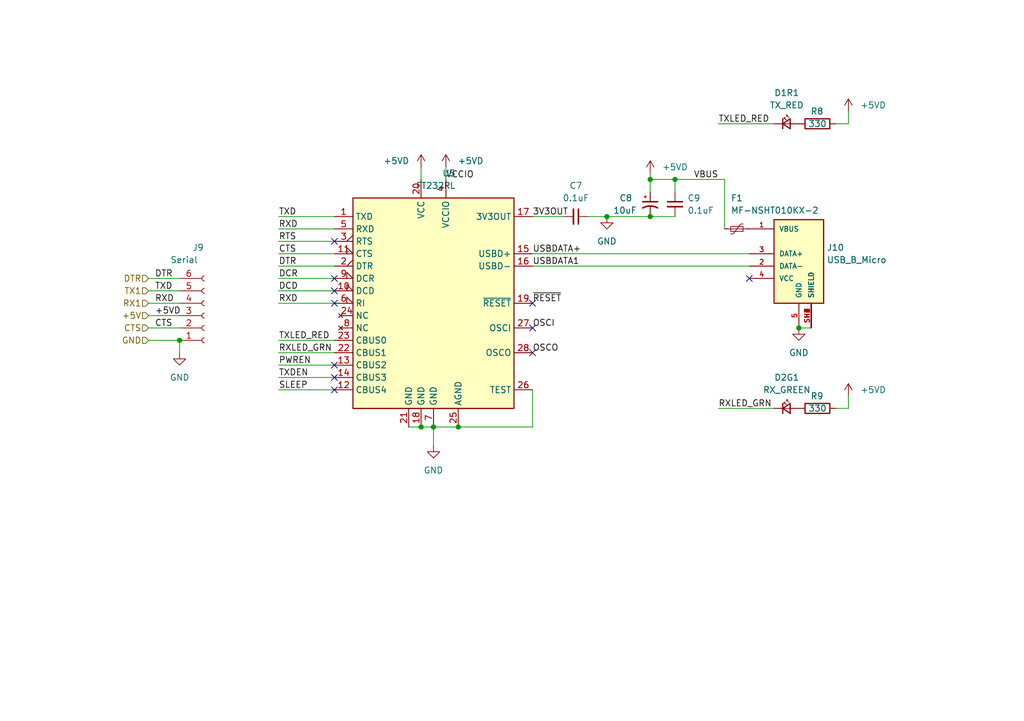
<source format=kicad_sch>
(kicad_sch (version 20211123) (generator eeschema)
  (paper "A5")
  (title_block (title "Serial Breakout for SD Card Expansion & More!") (date "2023-04-25") (rev "1.1"))
  (lib_symbols
    (symbol "Connector:Conn_01x06_Female" (pin_names (offset 1.016) hide)
      (property "Reference" "J" (at 0 7.62 0))
      (property "Value" "Conn_01x06_Female" (at 0 -10.16 0))
      (symbol "Conn_01x06_Female_1_1"
        (arc (start 0 -7.112) (mid -0.508 -7.62) (end 0 -8.128) (stroke (width 0.1524)))
        (arc (start 0 -4.572) (mid -0.508 -5.08) (end 0 -5.588) (stroke (width 0.1524)))
        (arc (start 0 -2.032) (mid -0.508 -2.54) (end 0 -3.048) (stroke (width 0.1524)))
        (polyline (pts (xy -1.27 -7.62) (xy -0.508 -7.62)) (stroke (width 0.1524)))
        (polyline (pts (xy -1.27 -5.08) (xy -0.508 -5.08)) (stroke (width 0.1524)))
        (polyline (pts (xy -1.27 -2.54) (xy -0.508 -2.54)) (stroke (width 0.1524)))
        (polyline (pts (xy -1.27 0) (xy -0.508 0)) (stroke (width 0.1524)))
        (polyline (pts (xy -1.27 2.54) (xy -0.508 2.54)) (stroke (width 0.1524)))
        (polyline (pts (xy -1.27 5.08) (xy -0.508 5.08)) (stroke (width 0.1524)))
        (arc (start 0 0.508) (mid -0.508 0) (end 0 -0.508) (stroke (width 0.1524)))
        (arc (start 0 3.048) (mid -0.508 2.54) (end 0 2.032) (stroke (width 0.1524)))
        (arc (start 0 5.588) (mid -0.508 5.08) (end 0 4.572) (stroke (width 0.1524)))
        (pin passive line (at -5.08 5.08 0) (length 3.81) (name "Pin_1") (number "1"))
        (pin passive line (at -5.08 2.54 0) (length 3.81) (name "Pin_2") (number "2"))
        (pin passive line (at -5.08 0 0) (length 3.81) (name "Pin_3") (number "3"))
        (pin passive line (at -5.08 -2.54 0) (length 3.81) (name "Pin_4") (number "4"))
        (pin passive line (at -5.08 -5.08 0) (length 3.81) (name "Pin_5") (number "5"))
        (pin passive line (at -5.08 -7.62 0) (length 3.81) (name "Pin_6") (number "6"))
      )
    )
    (symbol "Device:C_Polarized_Small_US" (pin_numbers hide) (pin_names (offset 0.254) hide)
      (property "Reference" "C" (at 0.254 1.778 0))
      (property "Value" "C_Polarized_Small_US" (at 0.254 -2.032 0))
      (symbol "C_Polarized_Small_US_0_1"
        (polyline (pts (xy -1.524 0.508) (xy 1.524 0.508)) (stroke (width 0.3048)))
        (polyline (pts (xy -1.27 1.524) (xy -0.762 1.524)))
        (polyline (pts (xy -1.016 1.27) (xy -1.016 1.778)))
        (arc (start 1.524 -0.762) (mid 0 -0.3734) (end -1.524 -0.762) (stroke (width 0.3048)))
      )
      (symbol "C_Polarized_Small_US_1_1"
        (pin passive line (at 0 2.54 270) (length 2.032) (name "~") (number "1"))
        (pin passive line (at 0 -2.54 90) (length 2.032) (name "~") (number "2"))
      )
    )
    (symbol "Device:C_Small" (pin_numbers hide) (pin_names (offset 0.254) hide)
      (property "Reference" "C" (at 0.254 1.778 0))
      (property "Value" "C_Small" (at 0.254 -2.032 0))
      (symbol "C_Small_0_1"
        (polyline (pts (xy -1.524 -0.508) (xy 1.524 -0.508)) (stroke (width 0.3302)))
        (polyline (pts (xy -1.524 0.508) (xy 1.524 0.508)) (stroke (width 0.3048)))
      )
      (symbol "C_Small_1_1"
        (pin passive line (at 0 2.54 270) (length 2.032) (name "~") (number "1"))
        (pin passive line (at 0 -2.54 90) (length 2.032) (name "~") (number "2"))
      )
    )
    (symbol "Device:LED_Small" (pin_numbers hide) (pin_names (offset 0.254) hide)
      (property "Reference" "D" (at -1.27 3.175 0))
      (property "Value" "LED_Small" (at -4.445 -2.54 0))
      (symbol "LED_Small_0_1"
        (polyline (pts (xy -0.762 -1.016) (xy -0.762 1.016)) (stroke (width 0.254)))
        (polyline (pts (xy 1.016 0) (xy -0.762 0)))
        (polyline (pts (xy 0.762 -1.016) (xy -0.762 0) (xy 0.762 1.016) (xy 0.762 -1.016)) (stroke (width 0.254)))
        (polyline (pts (xy 0 0.762) (xy -0.508 1.27) (xy -0.254 1.27) (xy -0.508 1.27) (xy -0.508 1.016)))
        (polyline (pts (xy 0.508 1.27) (xy 0 1.778) (xy 0.254 1.778) (xy 0 1.778) (xy 0 1.524)))
      )
      (symbol "LED_Small_1_1"
        (pin passive line (at -2.54 0 0) (length 1.778) (name "K") (number "1"))
        (pin passive line (at 2.54 0 180) (length 1.778) (name "A") (number "2"))
      )
    )
    (symbol "Device:Polyfuse_Small" (pin_numbers hide) (pin_names (offset 0))
      (property "Reference" "F" (at -1.905 0 90))
      (property "Value" "Polyfuse_Small" (at 1.905 0 90))
      (symbol "Polyfuse_Small_0_1"
        (rectangle (start -0.508 1.27) (end 0.508 -1.27))
        (polyline (pts (xy 0 2.54) (xy 0 -2.54)))
        (polyline (pts (xy -1.016 1.27) (xy -1.016 0.762) (xy 1.016 -0.762) (xy 1.016 -1.27)))
      )
      (symbol "Polyfuse_Small_1_1"
        (pin passive line (at 0 2.54 270) (length 0.635) (name "~") (number "1"))
        (pin passive line (at 0 -2.54 90) (length 0.635) (name "~") (number "2"))
      )
    )
    (symbol "Device:R" (pin_numbers hide) (pin_names (offset 0))
      (property "Reference" "R" (at 2.032 0 90))
      (property "Value" "R" (at 0 0 90))
      (symbol "R_0_1"
        (rectangle (start -1.016 -2.54) (end 1.016 2.54) (stroke (width 0.254)))
      )
      (symbol "R_1_1"
        (pin passive line (at 0 3.81 270) (length 1.27) (name "~") (number "1"))
        (pin passive line (at 0 -3.81 90) (length 1.27) (name "~") (number "2"))
      )
    )
    (symbol "Interface_USB:FT232RL"
      (property "Reference" "U5" (at -4.5594 26.67 0))
      (property "Value" "FT232RL" (at -4.5594 24.13 0))
      (symbol "FT232RL_0_1"
        (rectangle (start -16.51 21.59) (end 16.51 -21.59) (stroke (width 0.254)) (fill (type background)))
      )
      (symbol "FT232RL_1_1"
        (pin output line (at 20.32 17.78 180) (length 3.81) (name "TXD") (number "1"))
        (pin input input_low (at 20.32 2.54 180) (length 3.81) (name "DCD") (number "10"))
        (pin input input_low (at 20.32 10.16 180) (length 3.81) (name "CTS") (number "11"))
        (pin bidirectional line (at 20.32 -17.78 180) (length 3.81) (name "CBUS4") (number "12"))
        (pin bidirectional line (at 20.32 -12.7 180) (length 3.81) (name "CBUS2") (number "13"))
        (pin bidirectional line (at 20.32 -15.24 180) (length 3.81) (name "CBUS3") (number "14"))
        (pin bidirectional line (at -20.32 10.16 0) (length 3.81) (name "USBD+") (number "15"))
        (pin bidirectional line (at -20.32 7.62 0) (length 3.81) (name "USBD-") (number "16"))
        (pin power_out line (at -20.32 17.78 0) (length 3.81) (name "3V3OUT") (number "17"))
        (pin power_in line (at 2.54 -25.4 90) (length 3.81) (name "GND") (number "18"))
        (pin input line (at -20.32 0 0) (length 3.81) (name "~{RESET}") (number "19"))
        (pin output output_low (at 20.32 7.62 180) (length 3.81) (name "DTR") (number "2"))
        (pin power_in line (at 2.54 25.4 270) (length 3.81) (name "VCC") (number "20"))
        (pin power_in line (at 5.08 -25.4 90) (length 3.81) (name "GND") (number "21"))
        (pin bidirectional line (at 20.32 -10.16 180) (length 3.81) (name "CBUS1") (number "22"))
        (pin bidirectional line (at 20.32 -7.62 180) (length 3.81) (name "CBUS0") (number "23"))
        (pin no_connect line (at 19.05 -2.54 180) (length 2.54) (name "NC") (number "24"))
        (pin power_in line (at -5.08 -25.4 90) (length 3.81) (name "AGND") (number "25"))
        (pin input line (at -20.32 -17.78 0) (length 3.81) (name "TEST") (number "26"))
        (pin input line (at -20.32 -5.08 0) (length 3.81) (name "OSCI") (number "27"))
        (pin output line (at -20.32 -10.16 0) (length 3.81) (name "OSCO") (number "28"))
        (pin output output_low (at 20.32 12.7 180) (length 3.81) (name "RTS") (number "3"))
        (pin power_in line (at -2.54 25.4 270) (length 3.81) (name "VCCIO") (number "4"))
        (pin input line (at 20.32 15.24 180) (length 3.81) (name "RXD") (number "5"))
        (pin input input_low (at 20.32 0 180) (length 3.81) (name "RI") (number "6"))
        (pin power_in line (at 0 -25.4 90) (length 3.81) (name "GND") (number "7"))
        (pin no_connect line (at 19.05 -5.08 180) (length 2.54) (name "NC") (number "8"))
        (pin input input_low (at 20.32 5.08 180) (length 3.81) (name "DCR") (number "9"))
      )
    )
    (symbol "Nabu-SD:UJ2-MIBH-4-SMT" (pin_names (offset 1.016))
      (property "Reference" "J10" (at -5.715 1.27 0))
      (property "Value" "USB_B_Micro" (at -5.715 -1.27 0))
      (symbol "UJ2-MIBH-4-SMT_0_0"
        (rectangle (start -5.08 6.985) (end 5.08 -10.16) (stroke (width 0.254)) (fill (type background)))
        (pin passive line (at 10.16 5.08 180) (length 5.08) (name "VBUS") (number "1"))
        (pin passive line (at 10.16 -2.54 180) (length 5.08) (name "DATA-") (number "2"))
        (pin passive line (at 10.16 0 180) (length 5.08) (name "DATA+") (number "3"))
        (pin passive line (at 10.16 -5.08 180) (length 5.08) (name "VCC") (number "4"))
        (pin passive line (at 0 -15.24 90) (length 5.08) (name "GND") (number "5"))
        (pin passive line (at -2.54 -15.24 90) (length 5.08) (name "SHIELD") (number "SH1"))
        (pin passive line (at -2.54 -15.24 90) (length 5.08) (name "SHIELD") (number "SH2"))
        (pin passive line (at -2.54 -15.24 90) (length 5.08) (name "SHIELD") (number "SH3"))
        (pin passive line (at -2.54 -15.24 90) (length 5.08) (name "SHIELD") (number "SH4"))
        (pin passive line (at -2.54 -15.24 90) (length 5.08) (name "SHIELD") (number "SH5"))
        (pin passive line (at -2.54 -15.24 90) (length 5.08) (name "SHIELD") (number "SH6"))
      )
    )
    (symbol "power:+5VD" (power) (pin_names (offset 0))
      (property "Value" "+5VD" (at 0 3.556 0))
      (symbol "+5VD_0_1"
        (polyline (pts (xy -0.762 1.27) (xy 0 2.54)))
        (polyline (pts (xy 0 0) (xy 0 2.54)))
        (polyline (pts (xy 0 2.54) (xy 0.762 1.27)))
      )
      (symbol "+5VD_1_1"
        (pin power_in line (at 0 0 90) (length 0) hide (name "+5VD") (number "1"))
      )
    )
    (symbol "power:GND" (power) (pin_names (offset 0))
      (property "Value" "GND" (at 0 -3.81 0))
      (symbol "GND_0_1"
        (polyline (pts (xy 0 0) (xy 0 -1.27) (xy 1.27 -1.27) (xy 0 -2.54) (xy -1.27 -1.27) (xy 0 -1.27)))
      )
      (symbol "GND_1_1"
        (pin power_in line (at 0 0 270) (length 0) hide (name "GND") (number "1"))
      )
    )
  )
  (junction (at 138.43 36.83))
  (junction (at 88.9 87.63))
  (junction (at 93.98 87.63))
  (junction (at 133.35 36.83))
  (junction (at 124.46 44.45))
  (junction (at 163.83 67.31))
  (junction (at 133.35 44.45))
  (junction (at 36.83 69.85))
  (junction (at 86.36 87.63))
  (no_connect (at 68.58 59.69))
  (no_connect (at 109.22 72.39))
  (no_connect (at 68.58 80.01))
  (no_connect (at 68.58 74.93))
  (no_connect (at 109.22 67.31))
  (no_connect (at 68.58 62.23))
  (no_connect (at 68.58 77.47))
  (no_connect (at 153.67 57.15))
  (no_connect (at 109.22 62.23))
  (no_connect (at 68.58 49.53))
  (no_connect (at 68.58 57.15))
  (wire (pts (xy 133.35 36.83) (xy 138.43 36.83)))
  (wire (pts (xy 88.9 87.63) (xy 86.36 87.63)))
  (wire (pts (xy 36.83 72.39) (xy 36.83 69.85)))
  (wire (pts (xy 57.15 69.85) (xy 68.58 69.85)))
  (wire (pts (xy 173.99 83.82) (xy 173.99 81.28)))
  (wire (pts (xy 30.48 69.85) (xy 36.83 69.85)))
  (wire (pts (xy 57.15 77.47) (xy 68.58 77.47)))
  (wire (pts (xy 30.48 64.77) (xy 36.83 64.77)))
  (wire (pts (xy 30.48 62.23) (xy 36.83 62.23)))
  (wire (pts (xy 57.15 80.01) (xy 68.58 80.01)))
  (wire (pts (xy 147.32 83.82) (xy 158.75 83.82)))
  (wire (pts (xy 109.22 54.61) (xy 153.67 54.61)))
  (wire (pts (xy 133.35 39.37) (xy 133.35 36.83)))
  (wire (pts (xy 171.45 25.4) (xy 173.99 25.4)))
  (wire (pts (xy 147.32 25.4) (xy 158.75 25.4)))
  (wire (pts (xy 171.45 83.82) (xy 173.99 83.82)))
  (wire (pts (xy 109.22 87.63) (xy 93.98 87.63)))
  (wire (pts (xy 57.15 62.23) (xy 68.58 62.23)))
  (wire (pts (xy 86.36 34.29) (xy 86.36 36.83)))
  (wire (pts (xy 124.46 44.45) (xy 133.35 44.45)))
  (wire (pts (xy 57.15 46.99) (xy 68.58 46.99)))
  (wire (pts (xy 86.36 87.63) (xy 83.82 87.63)))
  (wire (pts (xy 124.46 44.45) (xy 120.65 44.45)))
  (wire (pts (xy 138.43 36.83) (xy 148.59 36.83)))
  (wire (pts (xy 57.15 44.45) (xy 68.58 44.45)))
  (wire (pts (xy 173.99 25.4) (xy 173.99 22.86)))
  (wire (pts (xy 133.35 35.56) (xy 133.35 36.83)))
  (wire (pts (xy 148.59 46.99) (xy 148.59 36.83)))
  (wire (pts (xy 30.48 67.31) (xy 36.83 67.31)))
  (wire (pts (xy 93.98 87.63) (xy 88.9 87.63)))
  (wire (pts (xy 57.15 52.07) (xy 68.58 52.07)))
  (wire (pts (xy 57.15 57.15) (xy 68.58 57.15)))
  (wire (pts (xy 138.43 36.83) (xy 138.43 39.37)))
  (wire (pts (xy 57.15 54.61) (xy 68.58 54.61)))
  (wire (pts (xy 57.15 59.69) (xy 68.58 59.69)))
  (wire (pts (xy 133.35 44.45) (xy 138.43 44.45)))
  (wire (pts (xy 57.15 74.93) (xy 68.58 74.93)))
  (wire (pts (xy 30.48 59.69) (xy 36.83 59.69)))
  (wire (pts (xy 88.9 87.63) (xy 88.9 91.44)))
  (wire (pts (xy 109.22 52.07) (xy 153.67 52.07)))
  (wire (pts (xy 91.44 34.29) (xy 91.44 36.83)))
  (wire (pts (xy 115.57 44.45) (xy 109.22 44.45)))
  (wire (pts (xy 57.15 49.53) (xy 68.58 49.53)))
  (wire (pts (xy 57.15 72.39) (xy 68.58 72.39)))
  (wire (pts (xy 30.48 57.15) (xy 36.83 57.15)))
  (wire (pts (xy 109.22 80.01) (xy 109.22 87.63)))
  (wire (pts (xy 163.83 67.31) (xy 166.37 67.31)))
  (label "CTS" (at 57.15 52.07 0))
  (label "TXD" (at 57.15 44.45 0))
  (label "OSCO" (at 109.22 72.39 0))
  (label "VCCIO" (at 91.44 36.83 0))
  (label "RXD" (at 57.15 62.23 0))
  (label "TXD" (at 31.75 59.69 0))
  (label "~{RESET}" (at 109.22 62.23 0))
  (label "PWREN" (at 57.15 74.93 0))
  (label "USBDATA+" (at 109.22 52.07 0))
  (label "TXLED_RED" (at 57.15 69.85 0))
  (label "RXLED_GRN" (at 147.32 83.82 0))
  (label "SLEEP" (at 57.15 80.01 0))
  (label "3V3OUT" (at 109.22 44.45 0))
  (label "DTR" (at 57.15 54.61 0))
  (label "VBUS" (at 142.24 36.83 0))
  (label "DCD" (at 57.15 59.69 0))
  (label "RXD" (at 31.75 62.23 0))
  (label "DCR" (at 57.15 57.15 0))
  (label "RXD" (at 57.15 46.99 0))
  (label "+5VD" (at 31.75 64.77 0))
  (label "CTS" (at 31.75 67.31 0))
  (label "DTR" (at 31.75 57.15 0))
  (label "TXDEN" (at 57.15 77.47 0))
  (label "OSCI" (at 109.22 67.31 0))
  (label "RXLED_GRN" (at 57.15 72.39 0))
  (label "RTS" (at 57.15 49.53 0))
  (label "TXLED_RED" (at 147.32 25.4 0))
  (label "USBDATA1" (at 109.22 54.61 0))
  (hierarchical_label "+5V" (shape input) (at 30.48 64.77 180))
  (hierarchical_label "CTS" (shape input) (at 30.48 67.31 180))
  (hierarchical_label "RX1" (shape input) (at 30.48 62.23 180))
  (hierarchical_label "GND" (shape input) (at 30.48 69.85 180))
  (hierarchical_label "TX1" (shape input) (at 30.48 59.69 180))
  (hierarchical_label "DTR" (shape input) (at 30.48 57.15 180))
  (symbol (lib_id "Device:R") (at 167.64 83.82 270) (unit 1)
    (property "Reference" "R9" (at 168.91 81.28 90) (effects (justify right)))
    (property "Value" "330" (at 165.735 83.82 90) (effects (justify left)))
    (property "Footprint" "Resistor_SMD:R_0805_2012Metric_Pad1.20x1.40mm_HandSolder" (effects hide))
    (property "Datasheet" "https://industrial.panasonic.com/cdbs/www-data/pdf/RDA0000/AOA0000C304.pdf" (effects hide))
    (property "LCSC" "C410007" (effects hide))
    (property "Description" "RES SMD 330 OHM 1% 1/8W 0805" (effects hide))
    (property "Digi-Key_PN" "P330CCT-ND" (effects hide))
    (property "MPN" "ERJ-6ENF3300V" (effects hide))
    (property "Manufacturer" "Panasonic Electronic Components" (effects hide))
  )
  (symbol (lib_id "power:GND") (at 36.83 72.39 0) (mirror y) (unit 1)
    (property "Reference" "#PWR0101" (effects hide))
    (property "Value" "GND" (at 36.83 77.47 0))
  )
  (symbol (lib_id "Device:LED_Small") (at 161.29 25.4 0) (unit 1)
    (property "Reference" "D1R1" (at 161.3535 19.05 0))
    (property "Value" "TX_RED" (at 161.3535 21.59 0))
    (property "Footprint" "LED_SMD:LED_0805_2012Metric_Pad1.15x1.40mm_HandSolder" (effects hide))
    (property "Datasheet" "https://www.kingbrightusa.com/images/catalog/SPEC/APA2107SECK-J3-PRV.pdf" (effects hide))
    (property "LCSC" "C5553577" (effects hide))
    (property "Description" "LED RED CLEAR SMD R/A" (effects hide))
    (property "Digi-Key_PN" "754-2097-1-ND" (effects hide))
    (property "MPN" "APA2107SECK/J3-PRV" (effects hide))
    (property "Manufacturer" "Kingbright" (effects hide))
  )
  (symbol (lib_id "Device:C_Small") (at 138.43 41.91 0) (unit 1)
    (property "Reference" "C9" (at 140.97 40.6462 0) (effects (justify left)))
    (property "Value" "0.1uF" (at 140.97 43.1862 0) (effects (justify left)))
    (property "Footprint" "Capacitor_SMD:C_0805_2012Metric_Pad1.18x1.45mm_HandSolder" (effects hide))
    (property "Datasheet" "https://source.z2data.com/2016/11/14/6/0/41/869/2403135/s_cl21b104kbfnnne.pdf" (effects hide))
    (property "Description" "CAP CER 0.1UF 50V X7R 0805" (effects hide))
    (property "Digi-Key_PN" "1276-1180-1-ND" (effects hide))
    (property "LCSC" "C136621" (effects hide))
    (property "MPN" "CL21B104KBFNNNE" (effects hide))
    (property "Manufacturer" "Samsung Electro-Mechanics" (effects hide))
  )
  (symbol (lib_id "power:GND") (at 88.9 91.44 0) (unit 1)
    (property "Reference" "#PWR0104" (effects hide))
    (property "Value" "GND" (at 88.9 96.52 0))
  )
  (symbol (lib_id "Device:Polyfuse_Small") (at 151.13 46.99 90) (unit 1)
    (property "Reference" "F1" (at 149.86 40.64 90) (effects (justify right)))
    (property "Value" "MF-NSHT010KX-2" (at 149.86 43.18 90) (effects (justify right)))
    (property "Footprint" "Fuse:Fuse_1206_3216Metric_Pad1.42x1.75mm_HandSolder" (effects hide))
    (property "Datasheet" "https://www.bourns.com/docs/product-datasheets/mf-nsht.pdf" (effects hide))
    (property "Description" "PTC RESET FUSE 30V 100MA 1206" (effects hide))
    (property "Digi-Key_PN" "118-MF-NSHT010KX-2CT-ND" (effects hide))
    (property "MPN" "MF-NSHT010KX-2" (effects hide))
    (property "Manufacturer" "Bourns Inc." (effects hide))
    (property "LCSC" "C2154110" (effects hide))
  )
  (symbol (lib_id "power:+5VD") (at 173.99 22.86 0) (mirror y) (unit 1)
    (property "Reference" "#PWR015" (effects hide))
    (property "Value" "+5V" (at 179.07 21.59 0))
  )
  (symbol (lib_id "power:GND") (at 124.46 44.45 0) (unit 1)
    (property "Reference" "#PWR0106" (effects hide))
    (property "Value" "GND" (at 124.46 49.53 0))
  )
  (symbol (lib_id "power:+5VD") (at 133.35 35.56 0) (mirror y) (unit 1)
    (property "Reference" "#PWR0108" (effects hide))
    (property "Value" "+5V" (at 138.43 34.29 0))
  )
  (symbol (lib_id "power:GND") (at 163.83 67.31 0) (unit 1)
    (property "Reference" "#PWR0105" (effects hide))
    (property "Value" "GND" (at 163.83 72.39 0))
  )
  (symbol (lib_id "Device:LED_Small") (at 161.29 83.82 0) (unit 1)
    (property "Reference" "D2G1" (at 161.3535 77.47 0))
    (property "Value" "RX_GREEN" (at 161.3535 80.01 0))
    (property "Footprint" "LED_SMD:LED_0805_2012Metric_Pad1.15x1.40mm_HandSolder" (effects hide))
    (property "Datasheet" "https://www.kingbrightusa.com/images/catalog/SPEC/APA2107ZGC-G.pdf" (effects hide))
    (property "LCSC" "C6501109" (effects hide))
    (property "Description" "LED GREEN CLEAR SMD R/A" (effects hide))
    (property "Digi-Key_PN" "754-2103-1-ND" (effects hide))
    (property "MPN" "APA2107ZGC/G" (effects hide))
    (property "Manufacturer" "Kingbright" (effects hide))
  )
  (symbol (lib_id "Device:C_Polarized_Small_US") (at 133.35 41.91 0) (unit 1)
    (property "Reference" "C8" (at 127 40.64 0) (effects (justify left)))
    (property "Value" "10uF" (at 125.73 43.18 0) (effects (justify left)))
    (property "Footprint" "Capacitor_SMD:C_0805_2012Metric_Pad1.18x1.45mm_HandSolder" (effects hide))
    (property "Datasheet" "https://media.digikey.com/pdf/Data%20Sheets/Samsung%20PDFs/CL_Series_MLCC_ds.pdf" (effects hide))
    (property "Description" "CAP CER 10UF 16V X7R 0805" (effects hide))
    (property "Digi-Key_PN" "1276-2872-1-ND" (effects hide))
    (property "MPN" "CL21B106KOQNNNE" (effects hide))
    (property "Manufacturer" "Samsung Electro-Mechanics" (effects hide))
    (property "LCSC" "C95841" (effects hide))
  )
  (symbol (lib_id "Device:R") (at 167.64 25.4 270) (unit 1)
    (property "Reference" "R8" (at 168.91 22.86 90) (effects (justify right)))
    (property "Value" "330" (at 165.735 25.4 90) (effects (justify left)))
    (property "Footprint" "Resistor_SMD:R_0805_2012Metric_Pad1.20x1.40mm_HandSolder" (effects hide))
    (property "Datasheet" "https://industrial.panasonic.com/cdbs/www-data/pdf/RDA0000/AOA0000C304.pdf" (effects hide))
    (property "LCSC" "C410007" (effects hide))
    (property "Description" "RES SMD 330 OHM 1% 1/8W 0805" (effects hide))
    (property "Digi-Key_PN" "P330CCT-ND" (effects hide))
    (property "MPN" "ERJ-6ENF3300V" (effects hide))
    (property "Manufacturer" "Panasonic Electronic Components" (effects hide))
  )
  (symbol (lib_id "Connector:Conn_01x06_Female") (at 41.91 64.77 0) (mirror x) (unit 1)
    (property "Reference" "J9" (at 40.64 50.8 0))
    (property "Value" "Serial" (at 40.64 53.34 0) (effects (justify right)))
    (property "Footprint" "Connector_PinHeader_2.54mm:PinHeader_1x06_P2.54mm_Vertical" (effects hide))
    (property "Datasheet" "http://suddendocs.samtec.com/catalog_english/tsw_th.pdf" (effects hide))
    (property "LCSC" "C492414" (effects hide))
    (property "Description" "CONN HEADER R/A 6POS 2.54MM" (effects hide))
    (property "Digi-Key_PN" "TSW-106-25-T-S-RA-ND" (effects hide))
    (property "MPN" "TSW-105-25-T-S-RA" (effects hide))
    (property "Manufacturer" "Samtec Inc." (effects hide))
  )
  (symbol (lib_id "power:+5VD") (at 86.36 34.29 0) (mirror y) (unit 1)
    (property "Reference" "#PWR0103" (effects hide))
    (property "Value" "+5V" (at 81.28 33.02 0))
  )
  (symbol (lib_id "power:+5VD") (at 91.44 34.29 0) (mirror y) (unit 1)
    (property "Reference" "#PWR0107" (effects hide))
    (property "Value" "+5V" (at 96.52 33.02 0))
  )
  (symbol (lib_id "power:+5VD") (at 173.99 81.28 0) (mirror y) (unit 1)
    (property "Reference" "#PWR024" (effects hide))
    (property "Value" "+5V" (at 179.07 80.01 0))
  )
  (symbol (lib_id "Device:C_Small") (at 118.11 44.45 270) (mirror x) (unit 1)
    (property "Reference" "C7" (at 118.1036 38.1 90))
    (property "Value" "0.1uF" (at 118.1036 40.64 90))
    (property "Footprint" "Capacitor_SMD:C_0805_2012Metric_Pad1.18x1.45mm_HandSolder" (effects hide))
    (property "Datasheet" "https://source.z2data.com/2016/11/14/6/0/41/869/2403135/s_cl21b104kbfnnne.pdf" (effects hide))
    (property "Description" "CAP CER 0.1UF 50V X7R 0805" (effects hide))
    (property "Digi-Key_PN" "1276-1180-1-ND" (effects hide))
    (property "LCSC" "C136621" (effects hide))
    (property "MPN" "CL21B104KBFNNNE" (effects hide))
    (property "Manufacturer" "Samsung Electro-Mechanics" (effects hide))
  )
  (symbol (lib_id "Interface_USB:FT232RL") (at 88.9 62.23 0) (mirror y) (unit 1)
    (property "Reference" "U5" (at 93.4594 35.56 0) (effects (justify left)))
    (property "Value" "FT232RL" (at 93.4594 38.1 0) (effects (justify left)))
    (property "Footprint" "Package_SO:SSOP-28_5.3x10.2mm_P0.65mm" (effects hide))
    (property "Datasheet" "https://www.ftdichip.com/Support/Documents/DataSheets/ICs/DS_FT232R.pdf" (effects hide))
    (property "LCSC" "C8690" (effects hide))
    (property "Description" "IC USB FS SERIAL UART 28-SSOP" (effects hide))
    (property "Digi-Key_PN" "768-1007-1-ND" (effects hide))
    (property "MPN" "FT232RL-REEL" (effects hide))
    (property "Manufacturer" "FTDI, Future Technology Devices International Ltd" (effects hide))
  )
  (symbol (lib_id "Nabu-SD:UJ2-MIBH-4-SMT") (at 163.83 52.07 0) (mirror y) (unit 1)
    (property "Reference" "J10" (at 169.545 50.8 0) (effects (justify right)))
    (property "Value" "USB_B_Micro" (at 169.545 53.34 0) (effects (justify right)))
    (property "Footprint" "Nabu-SD:CUI_UJ2-MIBH-4-SMT" (effects hide))
    (property "Datasheet" "https://www.cuidevices.com/product/resource/uj2-mibh-4-smt.pdf" (effects hide))
    (property "Description" "CONN RCPT USB2.0 MICRO B SMD R/A" (effects hide))
    (property "Digi-Key_PN" "102-4006-1-ND" (effects hide))
    (property "MPN" "UJ2-MIBH-4-SMT-TR" (effects hide))
    (property "Manufacturer" "CUI Devices" (effects hide))
    (property "LCSC" "C3197716" (effects hide))
  )
)
</source>
